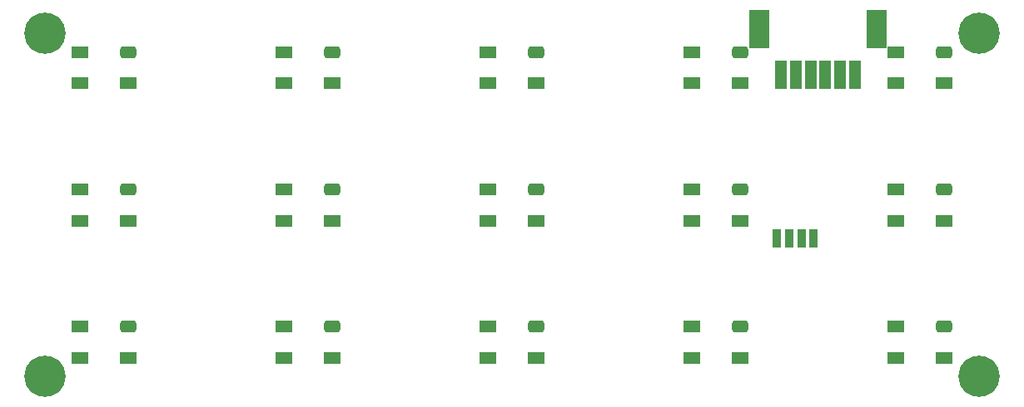
<source format=gbs>
G04*
G04 #@! TF.GenerationSoftware,Altium Limited,Altium Designer,21.4.1 (30)*
G04*
G04 Layer_Color=16711935*
%FSLAX25Y25*%
%MOIN*%
G70*
G04*
G04 #@! TF.SameCoordinates,09C99F31-8A2D-4C19-8B9A-7F94627C8F68*
G04*
G04*
G04 #@! TF.FilePolarity,Negative*
G04*
G01*
G75*
%ADD43R,0.07887X0.15761*%
%ADD44R,0.04737X0.11430*%
%ADD66C,0.16548*%
%ADD86R,0.06706X0.04737*%
G04:AMPARAMS|DCode=87|XSize=67.06mil|YSize=47.37mil|CornerRadius=13.84mil|HoleSize=0mil|Usage=FLASHONLY|Rotation=180.000|XOffset=0mil|YOffset=0mil|HoleType=Round|Shape=RoundedRectangle|*
%AMROUNDEDRECTD87*
21,1,0.06706,0.01968,0,0,180.0*
21,1,0.03937,0.04737,0,0,180.0*
1,1,0.02769,-0.01968,0.00984*
1,1,0.02769,0.01968,0.00984*
1,1,0.02769,0.01968,-0.00984*
1,1,0.02769,-0.01968,-0.00984*
%
%ADD87ROUNDEDRECTD87*%
%ADD88R,0.03556X0.07493*%
D43*
X342961Y149447D02*
D03*
X295717D02*
D03*
D44*
X334103Y130943D02*
D03*
X328197D02*
D03*
X322292D02*
D03*
X316386D02*
D03*
X310481D02*
D03*
X304575D02*
D03*
D66*
X9843Y9843D02*
D03*
Y147638D02*
D03*
X383858Y9843D02*
D03*
Y147638D02*
D03*
D86*
X43110Y17323D02*
D03*
X23819D02*
D03*
Y29921D02*
D03*
X369882Y127559D02*
D03*
X350590D02*
D03*
Y140157D02*
D03*
X23819Y85039D02*
D03*
Y72441D02*
D03*
X43110D02*
D03*
X268898Y85039D02*
D03*
Y72441D02*
D03*
X288189D02*
D03*
X23819Y140157D02*
D03*
Y127559D02*
D03*
X43110D02*
D03*
X187205Y140157D02*
D03*
Y127559D02*
D03*
X206496D02*
D03*
X268898Y140157D02*
D03*
Y127559D02*
D03*
X288189D02*
D03*
X105512Y140157D02*
D03*
Y127559D02*
D03*
X124803D02*
D03*
X350590Y85039D02*
D03*
Y72441D02*
D03*
X369882D02*
D03*
X187205Y85039D02*
D03*
Y72441D02*
D03*
X206496D02*
D03*
X350590Y29921D02*
D03*
Y17323D02*
D03*
X369882D02*
D03*
X268898Y29921D02*
D03*
Y17323D02*
D03*
X288189D02*
D03*
X187205Y29921D02*
D03*
Y17323D02*
D03*
X206496D02*
D03*
X105512Y85039D02*
D03*
Y72441D02*
D03*
X124803D02*
D03*
X105512Y29921D02*
D03*
Y17323D02*
D03*
X124803D02*
D03*
D87*
X43110Y29921D02*
D03*
X369882Y140157D02*
D03*
X43110Y85039D02*
D03*
X288189D02*
D03*
X43110Y140157D02*
D03*
X206496D02*
D03*
X288189D02*
D03*
X124803D02*
D03*
X369882Y85039D02*
D03*
X206496D02*
D03*
X369882Y29921D02*
D03*
X288189D02*
D03*
X206496D02*
D03*
X124803Y85039D02*
D03*
Y29921D02*
D03*
D88*
X302803Y65195D02*
D03*
X307725D02*
D03*
X312646D02*
D03*
X317567D02*
D03*
M02*

</source>
